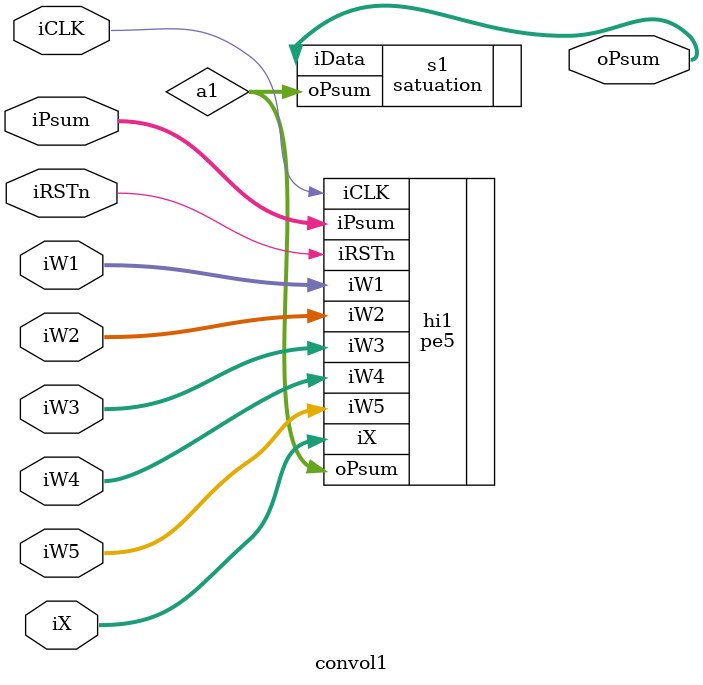
<source format=v>
module convol1  #(parameter BW1=16, BW2=16)
	  	(input iCLK, iRSTn, 
	  	input signed [7:0] iW1,iW2,iW3,iW4,iW5,
	  	input signed [7:0] iX,
	  	input signed [BW1-1:0] iPsum,
	  	output signed [BW2-1:0] oPsum);


wire [18:0] a1;



pe5 #(16,19) hi1 (.iCLK(iCLK),.iRSTn(iRSTn),.iW1(iW1),.iW2(iW2),.iW3(iW3),.iW4(iW4),.iW5(iW5),.iX(iX),.iPsum(iPsum),.oPsum(a1));
satuation  s1 (.oPsum(a1),.iData(oPsum));

endmodule

</source>
